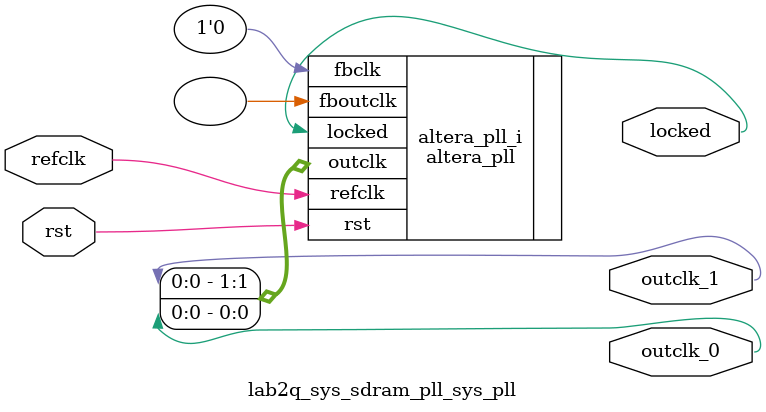
<source format=v>
`timescale 1ns/10ps
module  lab2q_sys_sdram_pll_sys_pll(

	// interface 'refclk'
	input wire refclk,

	// interface 'reset'
	input wire rst,

	// interface 'outclk0'
	output wire outclk_0,

	// interface 'outclk1'
	output wire outclk_1,

	// interface 'locked'
	output wire locked
);

	altera_pll #(
		.fractional_vco_multiplier("false"),
		.reference_clock_frequency("50.0 MHz"),
		.operation_mode("direct"),
		.number_of_clocks(2),
		.output_clock_frequency0("50.000000 MHz"),
		.phase_shift0("0 ps"),
		.duty_cycle0(50),
		.output_clock_frequency1("50.000000 MHz"),
		.phase_shift1("-3000 ps"),
		.duty_cycle1(50),
		.output_clock_frequency2("0 MHz"),
		.phase_shift2("0 ps"),
		.duty_cycle2(50),
		.output_clock_frequency3("0 MHz"),
		.phase_shift3("0 ps"),
		.duty_cycle3(50),
		.output_clock_frequency4("0 MHz"),
		.phase_shift4("0 ps"),
		.duty_cycle4(50),
		.output_clock_frequency5("0 MHz"),
		.phase_shift5("0 ps"),
		.duty_cycle5(50),
		.output_clock_frequency6("0 MHz"),
		.phase_shift6("0 ps"),
		.duty_cycle6(50),
		.output_clock_frequency7("0 MHz"),
		.phase_shift7("0 ps"),
		.duty_cycle7(50),
		.output_clock_frequency8("0 MHz"),
		.phase_shift8("0 ps"),
		.duty_cycle8(50),
		.output_clock_frequency9("0 MHz"),
		.phase_shift9("0 ps"),
		.duty_cycle9(50),
		.output_clock_frequency10("0 MHz"),
		.phase_shift10("0 ps"),
		.duty_cycle10(50),
		.output_clock_frequency11("0 MHz"),
		.phase_shift11("0 ps"),
		.duty_cycle11(50),
		.output_clock_frequency12("0 MHz"),
		.phase_shift12("0 ps"),
		.duty_cycle12(50),
		.output_clock_frequency13("0 MHz"),
		.phase_shift13("0 ps"),
		.duty_cycle13(50),
		.output_clock_frequency14("0 MHz"),
		.phase_shift14("0 ps"),
		.duty_cycle14(50),
		.output_clock_frequency15("0 MHz"),
		.phase_shift15("0 ps"),
		.duty_cycle15(50),
		.output_clock_frequency16("0 MHz"),
		.phase_shift16("0 ps"),
		.duty_cycle16(50),
		.output_clock_frequency17("0 MHz"),
		.phase_shift17("0 ps"),
		.duty_cycle17(50),
		.pll_type("General"),
		.pll_subtype("General")
	) altera_pll_i (
		.rst	(rst),
		.outclk	({outclk_1, outclk_0}),
		.locked	(locked),
		.fboutclk	( ),
		.fbclk	(1'b0),
		.refclk	(refclk)
	);
endmodule


</source>
